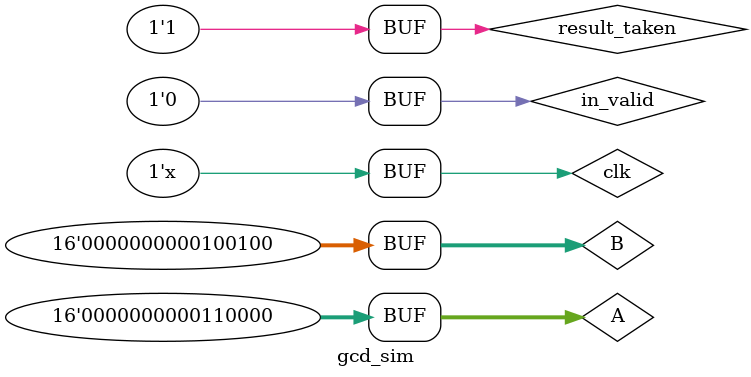
<source format=v>
`timescale 1ns / 1ps

module gcd_sim;

  
  reg clk=0;
  reg [15:0] A, B;
  reg in_valid, rst, result_taken;
  wire [15:0] result_data;
  wire idle, result_valid;
  
  always #5 clk=~clk;

  gcd gcd_inst (
    .A(A),
    .B(B),
    .clk(clk),
    .in_valid(in_valid),
    .idle(idle),
    .rst(rst),
    .result_taken(result_taken),
    .result_data(result_data),
    .result_valid(result_valid)
  );




  initial begin
   
   
    in_valid = 0;
    result_taken = 0;
    A = 48;
    B = 36;

    #10;

    in_valid = 1;
    
    #10;

    in_valid = 0;
   
    #100; 
    
   
    result_taken = 1;
    

  end

endmodule

</source>
